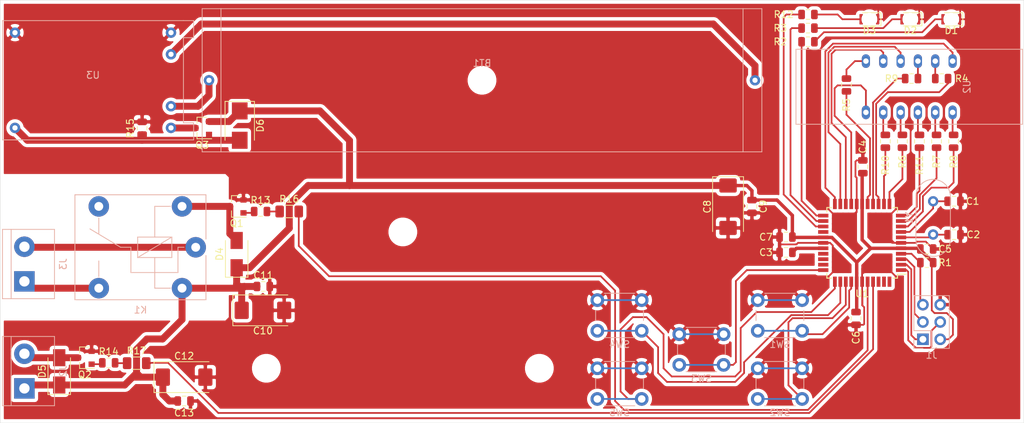
<source format=kicad_pcb>
(kicad_pcb (version 20171130) (host pcbnew 5.1.5+dfsg1-2build2)
  (layers (0 F.Cu signal) (31 B.Cu signal) (34 B.Paste user) (35 F.Paste user) (36 B.SilkS user) (37 F.SilkS user) (38 B.Mask user) (39 F.Mask user) (44 Edge.Cuts user))
  (net 0 "")
  (net 1 "Net-(BT1-Pad1)")
  (net 2 "Net-(BT1-Pad2)")
  (net 3 "Net-(C1-Pad1)")
  (net 4 GND)
  (net 5 "Net-(C2-Pad1)")
  (net 6 "Net-(C3-Pad2)")
  (net 7 VCC)
  (net 8 "Net-(D1-Pad2)")
  (net 9 "Net-(D2-Pad2)")
  (net 10 "Net-(D3-Pad2)")
  (net 11 "Net-(D4-Pad2)")
  (net 12 "Net-(D5-Pad2)")
  (net 13 "Net-(D6-Pad2)")
  (net 14 MISO)
  (net 15 SCK)
  (net 16 MOSI)
  (net 17 RST)
  (net 18 "Net-(J3-Pad2)")
  (net 19 "Net-(J3-Pad1)")
  (net 20 "Net-(Q1-Pad1)")
  (net 21 "Net-(Q2-Pad1)")
  (net 22 "Net-(Q3-Pad3)")
  (net 23 LED_2)
  (net 24 LED_1)
  (net 25 DISPLAY_A)
  (net 26 "Net-(R4-Pad1)")
  (net 27 "Net-(R5-Pad1)")
  (net 28 DISPLAY_B)
  (net 29 DISPLAY_C)
  (net 30 "Net-(R6-Pad1)")
  (net 31 DISPLAY_D)
  (net 32 "Net-(R7-Pad1)")
  (net 33 "Net-(R8-Pad1)")
  (net 34 DISPLAY_E)
  (net 35 "Net-(R9-Pad1)")
  (net 36 DISPLAY_F)
  (net 37 DISPLAY_G)
  (net 38 "Net-(R10-Pad1)")
  (net 39 DISPLAY_DOT)
  (net 40 "Net-(R11-Pad1)")
  (net 41 LED_0)
  (net 42 LIGHT_DRIVER)
  (net 43 PUMP_DRIVER)
  (net 44 SWITCH_H+)
  (net 45 SWITCH_H-)
  (net 46 SWITCH_MENU)
  (net 47 SWITCH_M+)
  (net 48 SWITCH_M-)
  (net 49 DISPLAY_DIG1)
  (net 50 DISPLAY_DIG2)
  (net 51 DISPLAY_DIG3)
  (net 52 DISPLAY_DIG4)
  (net 53 "Net-(U1-Pad26)")
  (net 54 "Net-(U1-Pad42)")
  (net 55 "Net-(U1-Pad43)")
  (net 56 "Net-(U1-Pad44)")
  (net 57 "Net-(U1-Pad30)")
  (net 58 "Net-(U1-Pad31)")
  (net 59 "Net-(U1-Pad32)")
  (net 60 "Net-(R13-Pad2)")
  (net 61 "Net-(R14-Pad2)")
  (module LED_SMD_upside_down:LED_0805_2012Metric (layer F.Cu) (at 186.8625 26.3 180)
    (fp_text reference D2 (at 0 -1.65) (layer F.SilkS))
    (fp_text value LED_1 hide)
    (pad 2 smd custom (at 1.3 0) (size 0.2 0.2) (layers F.Cu F.Paste F.Mask) (net 9 "Net-(D2-Pad2)") (options (clearance outline) (anchor circle)) (primitives (gr_line (start 0.300001 -0.699999) (end -0.1 -0.7) (width 0.12)) (gr_line (start -0.1 0.7) (end -0.1 -0.7) (width 0.12)) (gr_poly (pts (xy 0 0) (xy 0.15 0.65) (xy -0.05 0.65) (xy -0.05 -0.65) (xy 0.2 -0.65)) (width 0.1)) (gr_arc (start 1.3 0) (end 0.300001 -0.699999) (angle -69.3) (width 0.12)) (gr_line (start -0.1 0.7) (end 0.3 0.7) (width 0.12))))
    (pad 1 smd custom (at -1.3 0 180) (size 0.2 0.2) (layers F.Cu F.Paste F.Mask) (net 4 GND) (options (clearance outline) (anchor circle)) (primitives (gr_line (start 0.300001 -0.699999) (end -0.1 -0.7) (width 0.12)) (gr_line (start -0.1 0.7) (end -0.1 -0.7) (width 0.12)) (gr_poly (pts (xy 0 0) (xy 0.15 0.65) (xy -0.05 0.65) (xy -0.05 -0.65) (xy 0.2 -0.65)) (width 0.1)) (gr_arc (start 1.3 0) (end 0.300001 -0.699999) (angle -69.3) (width 0.12)) (gr_line (start -0.1 0.7) (end 0.3 0.7) (width 0.12))))
    (pad "" np_thru_hole circle (at 0 0 180) (size 1.9 1.9) (drill 1.9) (layers *.Cu *.Mask))
  )
  (module LED_SMD_upside_down:LED_0805_2012Metric (layer F.Cu) (at 192.8625 26.3 180)
    (fp_text reference D1 (at 0 -1.65) (layer F.SilkS))
    (fp_text value LED_2 hide)
    (pad 2 smd custom (at 1.3 0) (size 0.2 0.2) (layers F.Cu F.Paste F.Mask) (net 8 "Net-(D1-Pad2)") (options (clearance outline) (anchor circle)) (primitives (gr_line (start 0.300001 -0.699999) (end -0.1 -0.7) (width 0.12)) (gr_line (start -0.1 0.7) (end -0.1 -0.7) (width 0.12)) (gr_poly (pts (xy 0 0) (xy 0.15 0.65) (xy -0.05 0.65) (xy -0.05 -0.65) (xy 0.2 -0.65)) (width 0.1)) (gr_arc (start 1.3 0) (end 0.300001 -0.699999) (angle -69.3) (width 0.12)) (gr_line (start -0.1 0.7) (end 0.3 0.7) (width 0.12))))
    (pad 1 smd custom (at -1.3 0 180) (size 0.2 0.2) (layers F.Cu F.Paste F.Mask) (net 4 GND) (options (clearance outline) (anchor circle)) (primitives (gr_line (start 0.300001 -0.699999) (end -0.1 -0.7) (width 0.12)) (gr_line (start -0.1 0.7) (end -0.1 -0.7) (width 0.12)) (gr_poly (pts (xy 0 0) (xy 0.15 0.65) (xy -0.05 0.65) (xy -0.05 -0.65) (xy 0.2 -0.65)) (width 0.1)) (gr_arc (start 1.3 0) (end 0.300001 -0.699999) (angle -69.3) (width 0.12)) (gr_line (start -0.1 0.7) (end 0.3 0.7) (width 0.12))))
    (pad "" np_thru_hole circle (at 0 0 180) (size 1.9 1.9) (drill 1.9) (layers *.Cu *.Mask))
  )
  (module LED_SMD_upside_down:LED_0805_2012Metric (layer F.Cu) (at 180.8625 26.3 180)
    (fp_text reference D3 (at 0 -1.65) (layer F.SilkS))
    (fp_text value LED_0 hide)
    (pad 2 smd custom (at 1.3 0) (size 0.2 0.2) (layers F.Cu F.Paste F.Mask) (net 10 "Net-(D3-Pad2)") (options (clearance outline) (anchor circle)) (primitives (gr_line (start 0.300001 -0.699999) (end -0.1 -0.7) (width 0.12)) (gr_line (start -0.1 0.7) (end -0.1 -0.7) (width 0.12)) (gr_poly (pts (xy 0 0) (xy 0.15 0.65) (xy -0.05 0.65) (xy -0.05 -0.65) (xy 0.2 -0.65)) (width 0.1)) (gr_arc (start 1.3 0) (end 0.300001 -0.699999) (angle -69.3) (width 0.12)) (gr_line (start -0.1 0.7) (end 0.3 0.7) (width 0.12))))
    (pad 1 smd custom (at -1.3 0 180) (size 0.2 0.2) (layers F.Cu F.Paste F.Mask) (net 4 GND) (options (clearance outline) (anchor circle)) (primitives (gr_line (start 0.300001 -0.699999) (end -0.1 -0.7) (width 0.12)) (gr_line (start -0.1 0.7) (end -0.1 -0.7) (width 0.12)) (gr_poly (pts (xy 0 0) (xy 0.15 0.65) (xy -0.05 0.65) (xy -0.05 -0.65) (xy 0.2 -0.65)) (width 0.1)) (gr_arc (start 1.3 0) (end 0.300001 -0.699999) (angle -69.3) (width 0.12)) (gr_line (start -0.1 0.7) (end 0.3 0.7) (width 0.12))))
    (pad "" np_thru_hole circle (at 0 0 180) (size 1.9 1.9) (drill 1.9) (layers *.Cu *.Mask))
  )
  (module 18650_holder:18650_holder (layer B.Cu) (at 124.1 35.25)
    (fp_text reference BT1 (at 0 -2.5) (layer B.SilkS) (effects (justify mirror)))
    (fp_text value 18650 hide)
    (pad "" np_thru_hole circle (at 0 0) (size 3.2 3.2) (drill 3.2) (layers *.Cu *.Mask))
    (pad 2 thru_hole circle (at 40 0) (size 1.524 1.524) (drill 0.762) (layers *.Cu *.Mask) (net 2 "Net-(BT1-Pad2)"))
    (pad 1 thru_hole circle (at -40 0) (size 1.524 1.524) (drill 0.762) (layers *.Cu *.Mask) (net 1 "Net-(BT1-Pad1)"))
  )
  (module Package_QFP:TQFP-44_10x10mm_P0.8mm (layer F.Cu) (at 179.8 59.1 180)
    (fp_text reference U1 (at 0 -7.45) (layer F.SilkS))
    (fp_text value ATmega32A-AU hide)
    (pad 1 smd rect (at -5.7 -4 180) (size 1.5 0.55) (layers F.Cu F.Paste F.Mask) (net 16 MOSI))
    (pad 2 smd rect (at -5.7 -3.2 180) (size 1.5 0.55) (layers F.Cu F.Paste F.Mask) (net 14 MISO))
    (pad 3 smd rect (at -5.7 -2.4 180) (size 1.5 0.55) (layers F.Cu F.Paste F.Mask) (net 15 SCK))
    (pad 4 smd rect (at -5.7 -1.6 180) (size 1.5 0.55) (layers F.Cu F.Paste F.Mask) (net 17 RST))
    (pad 5 smd rect (at -5.7 -0.8 180) (size 1.5 0.55) (layers F.Cu F.Paste F.Mask) (net 7 VCC))
    (pad 6 smd rect (at -5.7 0 180) (size 1.5 0.55) (layers F.Cu F.Paste F.Mask) (net 4 GND))
    (pad 7 smd rect (at -5.7 0.8 180) (size 1.5 0.55) (layers F.Cu F.Paste F.Mask) (net 5 "Net-(C2-Pad1)"))
    (pad 8 smd rect (at -5.7 1.6 180) (size 1.5 0.55) (layers F.Cu F.Paste F.Mask) (net 3 "Net-(C1-Pad1)"))
    (pad 9 smd rect (at -5.7 2.4 180) (size 1.5 0.55) (layers F.Cu F.Paste F.Mask) (net 34 DISPLAY_E))
    (pad 10 smd rect (at -5.7 3.2 180) (size 1.5 0.55) (layers F.Cu F.Paste F.Mask) (net 31 DISPLAY_D))
    (pad 11 smd rect (at -5.7 4 180) (size 1.5 0.55) (layers F.Cu F.Paste F.Mask) (net 39 DISPLAY_DOT))
    (pad 12 smd rect (at -4 5.7 270) (size 1.5 0.55) (layers F.Cu F.Paste F.Mask) (net 29 DISPLAY_C))
    (pad 13 smd rect (at -3.2 5.7 270) (size 1.5 0.55) (layers F.Cu F.Paste F.Mask) (net 37 DISPLAY_G))
    (pad 14 smd rect (at -2.4 5.7 270) (size 1.5 0.55) (layers F.Cu F.Paste F.Mask) (net 25 DISPLAY_A))
    (pad 15 smd rect (at -1.6 5.7 270) (size 1.5 0.55) (layers F.Cu F.Paste F.Mask) (net 36 DISPLAY_F))
    (pad 16 smd rect (at -0.8 5.7 270) (size 1.5 0.55) (layers F.Cu F.Paste F.Mask) (net 28 DISPLAY_B))
    (pad 17 smd rect (at 0 5.7 270) (size 1.5 0.55) (layers F.Cu F.Paste F.Mask) (net 7 VCC))
    (pad 18 smd rect (at 0.8 5.7 270) (size 1.5 0.55) (layers F.Cu F.Paste F.Mask) (net 4 GND))
    (pad 19 smd rect (at 1.6 5.7 270) (size 1.5 0.55) (layers F.Cu F.Paste F.Mask) (net 52 DISPLAY_DIG4))
    (pad 20 smd rect (at 2.4 5.7 270) (size 1.5 0.55) (layers F.Cu F.Paste F.Mask) (net 51 DISPLAY_DIG3))
    (pad 21 smd rect (at 3.2 5.7 270) (size 1.5 0.55) (layers F.Cu F.Paste F.Mask) (net 50 DISPLAY_DIG2))
    (pad 22 smd rect (at 4 5.7 270) (size 1.5 0.55) (layers F.Cu F.Paste F.Mask) (net 49 DISPLAY_DIG1))
    (pad 23 smd rect (at 5.7 4 180) (size 1.5 0.55) (layers F.Cu F.Paste F.Mask) (net 23 LED_2))
    (pad 24 smd rect (at 5.7 3.2 180) (size 1.5 0.55) (layers F.Cu F.Paste F.Mask) (net 24 LED_1))
    (pad 25 smd rect (at 5.7 2.4 180) (size 1.5 0.55) (layers F.Cu F.Paste F.Mask) (net 41 LED_0))
    (pad 26 smd rect (at 5.7 1.6 180) (size 1.5 0.55) (layers F.Cu F.Paste F.Mask) (net 53 "Net-(U1-Pad26)"))
    (pad 27 smd rect (at 5.7 0.8 180) (size 1.5 0.55) (layers F.Cu F.Paste F.Mask) (net 7 VCC))
    (pad 28 smd rect (at 5.7 0 180) (size 1.5 0.55) (layers F.Cu F.Paste F.Mask) (net 4 GND))
    (pad 29 smd rect (at 5.7 -0.8 180) (size 1.5 0.55) (layers F.Cu F.Paste F.Mask) (net 6 "Net-(C3-Pad2)"))
    (pad 30 smd rect (at 5.7 -1.6 180) (size 1.5 0.55) (layers F.Cu F.Paste F.Mask) (net 57 "Net-(U1-Pad30)"))
    (pad 31 smd rect (at 5.7 -2.4 180) (size 1.5 0.55) (layers F.Cu F.Paste F.Mask) (net 58 "Net-(U1-Pad31)"))
    (pad 32 smd rect (at 5.7 -3.2 180) (size 1.5 0.55) (layers F.Cu F.Paste F.Mask) (net 59 "Net-(U1-Pad32)"))
    (pad 33 smd rect (at 5.7 -4 180) (size 1.5 0.55) (layers F.Cu F.Paste F.Mask) (net 46 SWITCH_MENU))
    (pad 34 smd rect (at 4 -5.7 270) (size 1.5 0.55) (layers F.Cu F.Paste F.Mask) (net 48 SWITCH_M-))
    (pad 35 smd rect (at 3.2 -5.7 270) (size 1.5 0.55) (layers F.Cu F.Paste F.Mask) (net 47 SWITCH_M+))
    (pad 36 smd rect (at 2.4 -5.7 270) (size 1.5 0.55) (layers F.Cu F.Paste F.Mask) (net 45 SWITCH_H-))
    (pad 37 smd rect (at 1.6 -5.7 270) (size 1.5 0.55) (layers F.Cu F.Paste F.Mask) (net 44 SWITCH_H+))
    (pad 38 smd rect (at 0.8 -5.7 270) (size 1.5 0.55) (layers F.Cu F.Paste F.Mask) (net 7 VCC))
    (pad 39 smd rect (at 0 -5.7 270) (size 1.5 0.55) (layers F.Cu F.Paste F.Mask) (net 4 GND))
    (pad 40 smd rect (at -0.8 -5.7 270) (size 1.5 0.55) (layers F.Cu F.Paste F.Mask) (net 42 LIGHT_DRIVER))
    (pad 41 smd rect (at -1.6 -5.7 270) (size 1.5 0.55) (layers F.Cu F.Paste F.Mask) (net 43 PUMP_DRIVER))
    (pad 42 smd rect (at -2.4 -5.7 270) (size 1.5 0.55) (layers F.Cu F.Paste F.Mask) (net 54 "Net-(U1-Pad42)"))
    (pad 43 smd rect (at -3.2 -5.7 270) (size 1.5 0.55) (layers F.Cu F.Paste F.Mask) (net 55 "Net-(U1-Pad43)"))
    (pad 44 smd rect (at -4 -5.7 270) (size 1.5 0.55) (layers F.Cu F.Paste F.Mask) (net 56 "Net-(U1-Pad44)"))
  )
  (module Resistor_SMD:R_0805_2012Metric (layer F.Cu) (at 171.8625 25.6 180)
    (fp_text reference R12 (at 3.5625 0) (layer F.SilkS))
    (fp_text value 10k hide)
    (pad 1 smd roundrect (at -0.9375 0 180) (size 0.975 1.4) (layers F.Cu F.Paste F.Mask) (net 10 "Net-(D3-Pad2)"))
    (pad 2 smd roundrect (at 0.9375 0 180) (size 0.975 1.4) (layers F.Cu F.Paste F.Mask) (net 41 LED_0))
  )
  (module Resistor_SMD:R_0805_2012Metric (layer F.Cu) (at 171.8625 27.6 180)
    (fp_text reference R3 (at 4.0625 0) (layer F.SilkS))
    (fp_text value 10k hide)
    (pad 2 smd roundrect (at 0.9375 0 180) (size 0.975 1.4) (layers F.Cu F.Paste F.Mask) (net 24 LED_1))
    (pad 1 smd roundrect (at -0.9375 0 180) (size 0.975 1.4) (layers F.Cu F.Paste F.Mask) (net 9 "Net-(D2-Pad2)"))
  )
  (module Resistor_SMD:R_0805_2012Metric (layer F.Cu) (at 171.8625 29.6 180)
    (fp_text reference R2 (at 4.0625 0) (layer F.SilkS))
    (fp_text value 10k hide)
    (pad 1 smd roundrect (at -0.9375 0 180) (size 0.975 1.4) (layers F.Cu F.Paste F.Mask) (net 8 "Net-(D1-Pad2)"))
    (pad 2 smd roundrect (at 0.9375 0 180) (size 0.975 1.4) (layers F.Cu F.Paste F.Mask) (net 23 LED_2))
  )
  (module AF-02841BMR-B:AF-02841BMR-B (layer B.Cu) (at 186.7 36.2 180)
    (fp_text reference U2 (at -8.45 0 270) (layer B.SilkS) (effects (justify mirror)))
    (fp_text value AF-02841BMR-B hide)
    (pad 12 thru_hole oval (at -6.35 3.76 180) (size 1.2 2) (drill 0.8) (layers *.Cu *.Mask) (net 49 DISPLAY_DIG1))
    (pad 1 thru_hole oval (at -6.35 -3.76 180) (size 1.2 2) (drill 0.8) (layers *.Cu *.Mask) (net 33 "Net-(R8-Pad1)"))
    (pad 11 thru_hole oval (at -3.81 3.76 180) (size 1.2 2) (drill 0.8) (layers *.Cu *.Mask) (net 26 "Net-(R4-Pad1)"))
    (pad 2 thru_hole oval (at -3.81 -3.76 180) (size 1.2 2) (drill 0.8) (layers *.Cu *.Mask) (net 32 "Net-(R7-Pad1)"))
    (pad 10 thru_hole oval (at -1.27 3.76 180) (size 1.2 2) (drill 0.8) (layers *.Cu *.Mask) (net 35 "Net-(R9-Pad1)"))
    (pad 3 thru_hole oval (at -1.27 -3.76 180) (size 1.2 2) (drill 0.8) (layers *.Cu *.Mask) (net 40 "Net-(R11-Pad1)"))
    (pad 9 thru_hole oval (at 1.27 3.76 180) (size 1.2 2) (drill 0.8) (layers *.Cu *.Mask) (net 50 DISPLAY_DIG2))
    (pad 4 thru_hole oval (at 1.27 -3.76 180) (size 1.2 2) (drill 0.8) (layers *.Cu *.Mask) (net 30 "Net-(R6-Pad1)"))
    (pad 8 thru_hole oval (at 3.81 3.76 180) (size 1.2 2) (drill 0.8) (layers *.Cu *.Mask) (net 51 DISPLAY_DIG3))
    (pad 5 thru_hole oval (at 3.81 -3.76 180) (size 1.2 2) (drill 0.8) (layers *.Cu *.Mask) (net 38 "Net-(R10-Pad1)"))
    (pad 7 thru_hole oval (at 6.35 3.76 180) (size 1.2 2) (drill 0.8) (layers *.Cu *.Mask) (net 27 "Net-(R5-Pad1)"))
    (pad 6 thru_hole oval (at 6.35 -3.76 180) (size 1.2 2) (drill 0.8) (layers *.Cu *.Mask) (net 52 DISPLAY_DIG4))
  )
  (module Capacitor_SMD:C_0805_2012Metric (layer F.Cu) (at 193.2625 53)
    (fp_text reference C1 (at 2.7375 0) (layer F.SilkS))
    (fp_text value 22p hide)
    (pad 1 smd roundrect (at -0.9375 0) (size 0.975 1.4) (layers F.Cu F.Paste F.Mask) (net 3 "Net-(C1-Pad1)"))
    (pad 2 smd roundrect (at 0.9375 0) (size 0.975 1.4) (layers F.Cu F.Paste F.Mask) (net 4 GND))
  )
  (module Capacitor_SMD:C_0805_2012Metric (layer F.Cu) (at 193.2625 57.9)
    (fp_text reference C2 (at 2.8375 0) (layer F.SilkS))
    (fp_text value 22p hide)
    (pad 2 smd roundrect (at 0.9375 0) (size 0.975 1.4) (layers F.Cu F.Paste F.Mask) (net 4 GND))
    (pad 1 smd roundrect (at -0.9375 0) (size 0.975 1.4) (layers F.Cu F.Paste F.Mask) (net 5 "Net-(C2-Pad1)"))
  )
  (module Capacitor_SMD:C_0805_2012Metric (layer F.Cu) (at 168.6375 60.5)
    (fp_text reference C3 (at -2.9375 0) (layer F.SilkS))
    (fp_text value 100n hide)
    (pad 1 smd roundrect (at -0.9375 0) (size 0.975 1.4) (layers F.Cu F.Paste F.Mask) (net 4 GND))
    (pad 2 smd roundrect (at 0.9375 0) (size 0.975 1.4) (layers F.Cu F.Paste F.Mask) (net 6 "Net-(C3-Pad2)"))
  )
  (module Capacitor_SMD:C_0805_2012Metric (layer F.Cu) (at 179.9 47.9375 270)
    (fp_text reference C4 (at -2.9375 0 90) (layer F.SilkS))
    (fp_text value 100n hide)
    (pad 1 smd roundrect (at -0.9375 0 270) (size 0.975 1.4) (layers F.Cu F.Paste F.Mask) (net 4 GND))
    (pad 2 smd roundrect (at 0.9375 0 270) (size 0.975 1.4) (layers F.Cu F.Paste F.Mask) (net 7 VCC))
  )
  (module Capacitor_SMD:C_0805_2012Metric (layer F.Cu) (at 189.2625 60 180)
    (fp_text reference C5 (at -2.6875 0) (layer F.SilkS))
    (fp_text value 100n hide)
    (pad 2 smd roundrect (at 0.9375 0 180) (size 0.975 1.4) (layers F.Cu F.Paste F.Mask) (net 7 VCC))
    (pad 1 smd roundrect (at -0.9375 0 180) (size 0.975 1.4) (layers F.Cu F.Paste F.Mask) (net 4 GND))
  )
  (module Capacitor_SMD:C_0805_2012Metric (layer F.Cu) (at 178.9 70.1875 90)
    (fp_text reference C6 (at -2.8125 0 90) (layer F.SilkS))
    (fp_text value 100n hide)
    (pad 2 smd roundrect (at 0.9375 0 90) (size 0.975 1.4) (layers F.Cu F.Paste F.Mask) (net 7 VCC))
    (pad 1 smd roundrect (at -0.9375 0 90) (size 0.975 1.4) (layers F.Cu F.Paste F.Mask) (net 4 GND))
  )
  (module Capacitor_SMD:C_0805_2012Metric (layer F.Cu) (at 168.6375 58.25)
    (fp_text reference C7 (at -2.9375 0) (layer F.SilkS))
    (fp_text value 100n hide)
    (pad 2 smd roundrect (at 0.9375 0) (size 0.975 1.4) (layers F.Cu F.Paste F.Mask) (net 7 VCC))
    (pad 1 smd roundrect (at -0.9375 0) (size 0.975 1.4) (layers F.Cu F.Paste F.Mask) (net 4 GND))
  )
  (module Capacitor_Tantalum_SMD:CP_EIA-7343-31_Kemet-D (layer F.Cu) (at 160.15 53.8 270)
    (fp_text reference C8 (at 0 3.05 90) (layer F.SilkS))
    (fp_text value 100u hide)
    (pad 1 smd roundrect (at -3.1125 0 270) (size 2.075 2.55) (layers F.Cu F.Paste F.Mask) (roundrect_rratio 0.120482) (net 7 VCC))
    (pad 2 smd roundrect (at 3.1125 0 270) (size 2.075 2.55) (layers F.Cu F.Paste F.Mask) (roundrect_rratio 0.120482) (net 4 GND))
  )
  (module Capacitor_SMD:C_0805_2012Metric (layer F.Cu) (at 163.65 53.7625 270)
    (fp_text reference C9 (at 0 -1.65 90) (layer F.SilkS))
    (fp_text value 100n hide)
    (pad 2 smd roundrect (at 0.9375 0 270) (size 0.975 1.4) (layers F.Cu F.Paste F.Mask) (net 4 GND))
    (pad 1 smd roundrect (at -0.9375 0 270) (size 0.975 1.4) (layers F.Cu F.Paste F.Mask) (net 7 VCC))
  )
  (module Diode_SMD:D_SMA (layer F.Cu) (at 88.15 60.75 90)
    (fp_text reference D4 (at 0 -2.5 90) (layer F.SilkS))
    (fp_text value SS14 hide)
    (pad 1 smd rect (at -2 0 90) (size 2.5 1.8) (layers F.Cu F.Paste F.Mask) (net 7 VCC))
    (pad 2 smd rect (at 2 0 90) (size 2.5 1.8) (layers F.Cu F.Paste F.Mask) (net 11 "Net-(D4-Pad2)"))
  )
  (module Diode_SMD:D_SMA (layer F.Cu) (at 62.15 77.95 90)
    (fp_text reference D5 (at 0 -2.5 90) (layer F.SilkS))
    (fp_text value SS14 hide)
    (pad 1 smd rect (at -2 0 90) (size 2.5 1.8) (layers F.Cu F.Paste F.Mask) (net 7 VCC))
    (pad 2 smd rect (at 2 0 90) (size 2.5 1.8) (layers F.Cu F.Paste F.Mask) (net 12 "Net-(D5-Pad2)"))
  )
  (module Diode_SMD:D_SMB (layer F.Cu) (at 88.6 41.9 270)
    (fp_text reference D6 (at 0 -3 90) (layer F.SilkS))
    (fp_text value STPS2L40U hide)
    (pad 1 smd rect (at -2.15 0 270) (size 2.5 2.3) (layers F.Cu F.Paste F.Mask) (net 7 VCC))
    (pad 2 smd rect (at 2.15 0 270) (size 2.5 2.3) (layers F.Cu F.Paste F.Mask) (net 13 "Net-(D6-Pad2)"))
  )
  (module Connector_PinHeader_2.54mm:PinHeader_2x03_P2.54mm_Vertical (layer B.Cu) (at 188.7 73.25)
    (fp_text reference J1 (at 1.27 2.33) (layer B.SilkS) (effects (justify mirror)))
    (fp_text value AVR-ISP-6 hide)
    (pad 1 thru_hole rect (at 0 0) (size 1.7 1.7) (drill 1) (layers *.Cu *.Mask) (net 14 MISO))
    (pad 2 thru_hole oval (at 2.54 0) (size 1.7 1.7) (drill 1) (layers *.Cu *.Mask) (net 7 VCC))
    (pad 3 thru_hole oval (at 0 -2.54) (size 1.7 1.7) (drill 1) (layers *.Cu *.Mask) (net 15 SCK))
    (pad 4 thru_hole oval (at 2.54 -2.54) (size 1.7 1.7) (drill 1) (layers *.Cu *.Mask) (net 16 MOSI))
    (pad 5 thru_hole oval (at 0 -5.08) (size 1.7 1.7) (drill 1) (layers *.Cu *.Mask) (net 17 RST))
    (pad 6 thru_hole oval (at 2.54 -5.08) (size 1.7 1.7) (drill 1) (layers *.Cu *.Mask) (net 4 GND))
  )
  (module Relay_THT:Relay_SPDT_Finder_36.11 (layer B.Cu) (at 82.15 59.75 180)
    (fp_text reference K1 (at 8.1 -9.2) (layer B.SilkS) (effects (justify mirror)))
    (fp_text value RELAY hide)
    (pad A1 thru_hole circle (at 2 -6 180) (size 3 3) (drill 1.3) (layers *.Cu *.Mask) (net 7 VCC))
    (pad 14 thru_hole circle (at 14.2 -6 180) (size 3 3) (drill 1.3) (layers *.Cu *.Mask) (net 19 "Net-(J3-Pad1)"))
    (pad 12 thru_hole circle (at 14.2 6 180) (size 3 3) (drill 1.3) (layers *.Cu *.Mask))
    (pad A2 thru_hole circle (at 2 6 180) (size 3 3) (drill 1.3) (layers *.Cu *.Mask) (net 11 "Net-(D4-Pad2)"))
    (pad 11 thru_hole circle (at 0 0 180) (size 3 3) (drill 1.3) (layers *.Cu *.Mask) (net 18 "Net-(J3-Pad2)"))
  )
  (module Package_TO_SOT_SMD:SOT-23 (layer F.Cu) (at 88.15 53.75 180)
    (fp_text reference Q1 (at 0 -2.5) (layer F.SilkS))
    (fp_text value BC817 hide)
    (pad 1 smd rect (at -1 -0.95 180) (size 0.9 0.8) (layers F.Cu F.Paste F.Mask) (net 20 "Net-(Q1-Pad1)"))
    (pad 2 smd rect (at -1 0.95 180) (size 0.9 0.8) (layers F.Cu F.Paste F.Mask) (net 4 GND))
    (pad 3 smd rect (at 1 0 180) (size 0.9 0.8) (layers F.Cu F.Paste F.Mask) (net 11 "Net-(D4-Pad2)"))
  )
  (module Package_TO_SOT_SMD:SOT-23 (layer F.Cu) (at 65.9 75.95 180)
    (fp_text reference Q2 (at 0 -2.5) (layer F.SilkS))
    (fp_text value BC817 hide)
    (pad 1 smd rect (at -1 -0.95 180) (size 0.9 0.8) (layers F.Cu F.Paste F.Mask) (net 21 "Net-(Q2-Pad1)"))
    (pad 2 smd rect (at -1 0.95 180) (size 0.9 0.8) (layers F.Cu F.Paste F.Mask) (net 4 GND))
    (pad 3 smd rect (at 1 0 180) (size 0.9 0.8) (layers F.Cu F.Paste F.Mask) (net 12 "Net-(D5-Pad2)"))
  )
  (module Package_TO_SOT_SMD:SOT-23 (layer F.Cu) (at 83.1 42.25 180)
    (fp_text reference Q3 (at 0 -2.5) (layer F.SilkS))
    (fp_text value AO3401A hide)
    (pad 1 smd rect (at -1 -0.95 180) (size 0.9 0.8) (layers F.Cu F.Paste F.Mask) (net 13 "Net-(D6-Pad2)"))
    (pad 2 smd rect (at -1 0.95 180) (size 0.9 0.8) (layers F.Cu F.Paste F.Mask) (net 7 VCC))
    (pad 3 smd rect (at 1 0 180) (size 0.9 0.8) (layers F.Cu F.Paste F.Mask) (net 22 "Net-(Q3-Pad3)"))
  )
  (module Resistor_SMD:R_0805_2012Metric (layer F.Cu) (at 189.2625 62 180)
    (fp_text reference R1 (at -2.6875 0) (layer F.SilkS))
    (fp_text value 10k hide)
    (pad 1 smd roundrect (at -0.9375 0 180) (size 0.975 1.4) (layers F.Cu F.Paste F.Mask) (net 7 VCC))
    (pad 2 smd roundrect (at 0.9375 0 180) (size 0.975 1.4) (layers F.Cu F.Paste F.Mask) (net 17 RST))
  )
  (module Resistor_SMD:R_0805_2012Metric (layer F.Cu) (at 191.45 35)
    (fp_text reference R4 (at 2.9375 0) (layer F.SilkS))
    (fp_text value 4k7 hide)
    (pad 2 smd roundrect (at 0.9375 0) (size 0.975 1.4) (layers F.Cu F.Paste F.Mask) (net 25 DISPLAY_A))
    (pad 1 smd roundrect (at -0.9375 0) (size 0.975 1.4) (layers F.Cu F.Paste F.Mask) (net 26 "Net-(R4-Pad1)"))
  )
  (module Resistor_SMD:R_0805_2012Metric (layer F.Cu) (at 177.5 35.9375 270)
    (fp_text reference R5 (at 2.9375 0 90) (layer F.SilkS))
    (fp_text value 4k7 hide)
    (pad 1 smd roundrect (at -0.9375 0 270) (size 0.975 1.4) (layers F.Cu F.Paste F.Mask) (net 27 "Net-(R5-Pad1)"))
    (pad 2 smd roundrect (at 0.9375 0 270) (size 0.975 1.4) (layers F.Cu F.Paste F.Mask) (net 28 DISPLAY_B))
  )
  (module Resistor_SMD:R_0805_2012Metric (layer F.Cu) (at 185.7 44.2 270)
    (fp_text reference R6 (at 3 0 90) (layer F.SilkS))
    (fp_text value 4k7 hide)
    (pad 2 smd roundrect (at 0.9375 0 270) (size 0.975 1.4) (layers F.Cu F.Paste F.Mask) (net 29 DISPLAY_C))
    (pad 1 smd roundrect (at -0.9375 0 270) (size 0.975 1.4) (layers F.Cu F.Paste F.Mask) (net 30 "Net-(R6-Pad1)"))
  )
  (module Resistor_SMD:R_0805_2012Metric (layer F.Cu) (at 190.7 44.2 270)
    (fp_text reference R7 (at 3 0 90) (layer F.SilkS))
    (fp_text value 4k7 hide)
    (pad 2 smd roundrect (at 0.9375 0 270) (size 0.975 1.4) (layers F.Cu F.Paste F.Mask) (net 31 DISPLAY_D))
    (pad 1 smd roundrect (at -0.9375 0 270) (size 0.975 1.4) (layers F.Cu F.Paste F.Mask) (net 32 "Net-(R7-Pad1)"))
  )
  (module Resistor_SMD:R_0805_2012Metric (layer F.Cu) (at 193.2 44.2 270)
    (fp_text reference R8 (at 3 0 90) (layer F.SilkS))
    (fp_text value 4k7 hide)
    (pad 1 smd roundrect (at -0.9375 0 270) (size 0.975 1.4) (layers F.Cu F.Paste F.Mask) (net 33 "Net-(R8-Pad1)"))
    (pad 2 smd roundrect (at 0.9375 0 270) (size 0.975 1.4) (layers F.Cu F.Paste F.Mask) (net 34 DISPLAY_E))
  )
  (module Resistor_SMD:R_0805_2012Metric (layer F.Cu) (at 187.0375 35 180)
    (fp_text reference R9 (at 2.9375 0) (layer F.SilkS))
    (fp_text value 4k7 hide)
    (pad 1 smd roundrect (at -0.9375 0 180) (size 0.975 1.4) (layers F.Cu F.Paste F.Mask) (net 35 "Net-(R9-Pad1)"))
    (pad 2 smd roundrect (at 0.9375 0 180) (size 0.975 1.4) (layers F.Cu F.Paste F.Mask) (net 36 DISPLAY_F))
  )
  (module Resistor_SMD:R_0805_2012Metric (layer F.Cu) (at 183.2 44.2 270)
    (fp_text reference R10 (at 3.5 0 90) (layer F.SilkS))
    (fp_text value 4k7 hide)
    (pad 2 smd roundrect (at 0.9375 0 270) (size 0.975 1.4) (layers F.Cu F.Paste F.Mask) (net 37 DISPLAY_G))
    (pad 1 smd roundrect (at -0.9375 0 270) (size 0.975 1.4) (layers F.Cu F.Paste F.Mask) (net 38 "Net-(R10-Pad1)"))
  )
  (module Resistor_SMD:R_0805_2012Metric (layer F.Cu) (at 188.2 44.2 270)
    (fp_text reference R11 (at 3.5 0 90) (layer F.SilkS))
    (fp_text value 4k7 hide)
    (pad 2 smd roundrect (at 0.9375 0 270) (size 0.975 1.4) (layers F.Cu F.Paste F.Mask) (net 39 DISPLAY_DOT))
    (pad 1 smd roundrect (at -0.9375 0 270) (size 0.975 1.4) (layers F.Cu F.Paste F.Mask) (net 40 "Net-(R11-Pad1)"))
  )
  (module Resistor_SMD:R_0805_2012Metric (layer F.Cu) (at 91.65 54.5)
    (fp_text reference R13 (at 0 -1.65) (layer F.SilkS))
    (fp_text value 4k7 hide)
    (pad 2 smd roundrect (at 0.9375 0) (size 0.975 1.4) (layers F.Cu F.Paste F.Mask) (net 60 "Net-(R13-Pad2)"))
    (pad 1 smd roundrect (at -0.9375 0) (size 0.975 1.4) (layers F.Cu F.Paste F.Mask) (net 20 "Net-(Q1-Pad1)"))
  )
  (module Resistor_SMD:R_0805_2012Metric (layer F.Cu) (at 69.4 76.7)
    (fp_text reference R14 (at 0 -1.65) (layer F.SilkS))
    (fp_text value 4k7 hide)
    (pad 2 smd roundrect (at 0.9375 0) (size 0.975 1.4) (layers F.Cu F.Paste F.Mask) (net 61 "Net-(R14-Pad2)"))
    (pad 1 smd roundrect (at -0.9375 0) (size 0.975 1.4) (layers F.Cu F.Paste F.Mask) (net 21 "Net-(Q2-Pad1)"))
  )
  (module Resistor_SMD:R_0805_2012Metric (layer F.Cu) (at 74.3 42.2875 270)
    (fp_text reference R15 (at 0.0125 1.75 90) (layer F.SilkS))
    (fp_text value 10k hide)
    (pad 2 smd roundrect (at 0.9375 0 270) (size 0.975 1.4) (layers F.Cu F.Paste F.Mask) (net 13 "Net-(D6-Pad2)"))
    (pad 1 smd roundrect (at -0.9375 0 270) (size 0.975 1.4) (layers F.Cu F.Paste F.Mask) (net 4 GND))
  )
  (module Button_Switch_THT:SW_PUSH_6mm_H5mm (layer B.Cu) (at 164.5 72)
    (fp_text reference SW1 (at 3.25 2) (layer B.SilkS) (effects (justify mirror)))
    (fp_text value H+)
    (pad 2 thru_hole circle (at 0 -4.5 270) (size 2 2) (drill 1.1) (layers *.Cu *.Mask) (net 4 GND))
    (pad 1 thru_hole circle (at 0 0 270) (size 2 2) (drill 1.1) (layers *.Cu *.Mask) (net 44 SWITCH_H+))
    (pad 2 thru_hole circle (at 6.5 -4.5 270) (size 2 2) (drill 1.1) (layers *.Cu *.Mask) (net 4 GND))
    (pad 1 thru_hole circle (at 6.5 0 270) (size 2 2) (drill 1.1) (layers *.Cu *.Mask) (net 44 SWITCH_H+))
  )
  (module Button_Switch_THT:SW_PUSH_6mm_H5mm (layer B.Cu) (at 164.5 82)
    (fp_text reference SW2 (at 3.25 2) (layer B.SilkS) (effects (justify mirror)))
    (fp_text value H-)
    (pad 1 thru_hole circle (at 6.5 0 270) (size 2 2) (drill 1.1) (layers *.Cu *.Mask) (net 45 SWITCH_H-))
    (pad 2 thru_hole circle (at 6.5 -4.5 270) (size 2 2) (drill 1.1) (layers *.Cu *.Mask) (net 4 GND))
    (pad 1 thru_hole circle (at 0 0 270) (size 2 2) (drill 1.1) (layers *.Cu *.Mask) (net 45 SWITCH_H-))
    (pad 2 thru_hole circle (at 0 -4.5 270) (size 2 2) (drill 1.1) (layers *.Cu *.Mask) (net 4 GND))
  )
  (module Button_Switch_THT:SW_PUSH_6mm_H5mm (layer B.Cu) (at 153 77)
    (fp_text reference SW3 (at 3.25 2) (layer B.SilkS) (effects (justify mirror)))
    (fp_text value MENU)
    (pad 1 thru_hole circle (at 6.5 0 270) (size 2 2) (drill 1.1) (layers *.Cu *.Mask) (net 46 SWITCH_MENU))
    (pad 2 thru_hole circle (at 6.5 -4.5 270) (size 2 2) (drill 1.1) (layers *.Cu *.Mask) (net 4 GND))
    (pad 1 thru_hole circle (at 0 0 270) (size 2 2) (drill 1.1) (layers *.Cu *.Mask) (net 46 SWITCH_MENU))
    (pad 2 thru_hole circle (at 0 -4.5 270) (size 2 2) (drill 1.1) (layers *.Cu *.Mask) (net 4 GND))
  )
  (module Button_Switch_THT:SW_PUSH_6mm_H5mm (layer B.Cu) (at 141 72)
    (fp_text reference SW4 (at 3.25 2) (layer B.SilkS) (effects (justify mirror)))
    (fp_text value M+)
    (pad 2 thru_hole circle (at 0 -4.5 270) (size 2 2) (drill 1.1) (layers *.Cu *.Mask) (net 4 GND))
    (pad 1 thru_hole circle (at 0 0 270) (size 2 2) (drill 1.1) (layers *.Cu *.Mask) (net 47 SWITCH_M+))
    (pad 2 thru_hole circle (at 6.5 -4.5 270) (size 2 2) (drill 1.1) (layers *.Cu *.Mask) (net 4 GND))
    (pad 1 thru_hole circle (at 6.5 0 270) (size 2 2) (drill 1.1) (layers *.Cu *.Mask) (net 47 SWITCH_M+))
  )
  (module Button_Switch_THT:SW_PUSH_6mm_H5mm (layer B.Cu) (at 141 82)
    (fp_text reference SW5 (at 3.25 2) (layer B.SilkS) (effects (justify mirror)))
    (fp_text value M-)
    (pad 2 thru_hole circle (at 0 -4.5 270) (size 2 2) (drill 1.1) (layers *.Cu *.Mask) (net 4 GND))
    (pad 1 thru_hole circle (at 0 0 270) (size 2 2) (drill 1.1) (layers *.Cu *.Mask) (net 48 SWITCH_M-))
    (pad 2 thru_hole circle (at 6.5 -4.5 270) (size 2 2) (drill 1.1) (layers *.Cu *.Mask) (net 4 GND))
    (pad 1 thru_hole circle (at 6.5 0 270) (size 2 2) (drill 1.1) (layers *.Cu *.Mask) (net 48 SWITCH_M-))
  )
  (module TP4056_board:TP4056_board (layer B.Cu) (at 67.1 35.25)
    (fp_text reference U3 (at 0 -0.75) (layer B.SilkS) (effects (justify mirror)))
    (fp_text value TP4056_board hide)
    (pad 1 thru_hole circle (at -11.43 6.985) (size 1.524 1.524) (drill 0.762) (layers *.Cu *.Mask) (net 13 "Net-(D6-Pad2)"))
    (pad 2 thru_hole circle (at -11.43 -6.985) (size 1.524 1.524) (drill 0.762) (layers *.Cu *.Mask) (net 4 GND))
    (pad 3 thru_hole circle (at 11.43 6.985) (size 1.524 1.524) (drill 0.762) (layers *.Cu *.Mask) (net 22 "Net-(Q3-Pad3)"))
    (pad 4 thru_hole circle (at 11.43 3.81) (size 1.524 1.524) (drill 0.762) (layers *.Cu *.Mask) (net 1 "Net-(BT1-Pad1)"))
    (pad 5 thru_hole circle (at 11.43 -3.81) (size 1.524 1.524) (drill 0.762) (layers *.Cu *.Mask) (net 2 "Net-(BT1-Pad2)"))
    (pad 6 thru_hole circle (at 11.43 -6.985) (size 1.524 1.524) (drill 0.762) (layers *.Cu *.Mask) (net 4 GND))
  )
  (module Crystal:Crystal_HC49-U_Vertical (layer B.Cu) (at 190.2 53 270)
    (fp_text reference Y1 (at 2.44 3.525 270) (layer B.SilkS) (effects (justify mirror)))
    (fp_text value 4.096M hide)
    (pad 1 thru_hole circle (at 0 0 270) (size 1.5 1.5) (drill 0.8) (layers *.Cu *.Mask) (net 3 "Net-(C1-Pad1)"))
    (pad 2 thru_hole circle (at 4.88 0 270) (size 1.5 1.5) (drill 0.8) (layers *.Cu *.Mask) (net 5 "Net-(C2-Pad1)"))
  )
  (module DG-301:DG-301 (layer B.Cu) (at 57.65 80.45 90)
    (fp_text reference J2 (at 2.54 5.08 90) (layer B.SilkS) (effects (justify mirror)))
    (fp_text value PUMP_SW hide)
    (pad 1 thru_hole rect (at 0 -0.6 90) (size 3 3) (drill 1.52) (layers *.Cu *.Mask) (net 7 VCC))
    (pad 2 thru_hole circle (at 5.08 -0.6 90) (size 3 3) (drill 1.52) (layers *.Cu *.Mask) (net 12 "Net-(D5-Pad2)"))
  )
  (module DG-301:DG-301 (layer B.Cu) (at 57.65 64.75 90)
    (fp_text reference J3 (at 2.54 5.08 90) (layer B.SilkS) (effects (justify mirror)))
    (fp_text value LIGHT_SW hide)
    (pad 1 thru_hole rect (at 0 -0.6 90) (size 3 3) (drill 1.52) (layers *.Cu *.Mask) (net 19 "Net-(J3-Pad1)"))
    (pad 2 thru_hole circle (at 5.08 -0.6 90) (size 3 3) (drill 1.52) (layers *.Cu *.Mask) (net 18 "Net-(J3-Pad2)"))
  )
  (module Capacitor_Tantalum_SMD:CP_EIA-7343-31_Kemet-D (layer F.Cu) (at 92 69)
    (fp_text reference C10 (at 0 3) (layer F.SilkS))
    (fp_text value 100u hide)
    (pad 1 smd roundrect (at -3.1125 0) (size 2.075 2.55) (layers F.Cu F.Paste F.Mask) (roundrect_rratio 0.120482) (net 7 VCC))
    (pad 2 smd roundrect (at 3.1125 0) (size 2.075 2.55) (layers F.Cu F.Paste F.Mask) (roundrect_rratio 0.120482) (net 4 GND))
  )
  (module Capacitor_SMD:C_0805_2012Metric (layer F.Cu) (at 92.0625 65.5)
    (fp_text reference C11 (at 0 -1.65) (layer F.SilkS))
    (fp_text value 100n hide)
    (pad 1 smd roundrect (at -0.9375 0) (size 0.975 1.4) (layers F.Cu F.Paste F.Mask) (net 7 VCC))
    (pad 2 smd roundrect (at 0.9375 0) (size 0.975 1.4) (layers F.Cu F.Paste F.Mask) (net 4 GND))
  )
  (module Capacitor_Tantalum_SMD:CP_EIA-7343-31_Kemet-D (layer F.Cu) (at 80.45 78.8)
    (fp_text reference C12 (at 0 -3.1) (layer F.SilkS))
    (fp_text value 100u hide)
    (pad 2 smd roundrect (at 3.1125 0) (size 2.075 2.55) (layers F.Cu F.Paste F.Mask) (roundrect_rratio 0.120482) (net 4 GND))
    (pad 1 smd roundrect (at -3.1125 0) (size 2.075 2.55) (layers F.Cu F.Paste F.Mask) (roundrect_rratio 0.120482) (net 7 VCC))
  )
  (module Capacitor_SMD:C_0805_2012Metric (layer F.Cu) (at 80.45 82.3)
    (fp_text reference C13 (at 0 1.7375) (layer F.SilkS))
    (fp_text value 100n hide)
    (pad 2 smd roundrect (at 0.9375 0) (size 0.975 1.4) (layers F.Cu F.Paste F.Mask) (net 4 GND))
    (pad 1 smd roundrect (at -0.9375 0) (size 0.975 1.4) (layers F.Cu F.Paste F.Mask) (net 7 VCC))
  )
  (module Resistor_SMD:R_1206_3216Metric (layer F.Cu) (at 95.85 54.5)
    (fp_text reference R16 (at 0 -1.82) (layer F.SilkS))
    (fp_text value 0 hide)
    (pad 1 smd roundrect (at -1.4 0) (size 1.25 1.75) (layers F.Cu F.Paste F.Mask) (roundrect_rratio 0.2) (net 60 "Net-(R13-Pad2)"))
    (pad 2 smd roundrect (at 1.4 0) (size 1.25 1.75) (layers F.Cu F.Paste F.Mask) (roundrect_rratio 0.2) (net 42 LIGHT_DRIVER))
  )
  (module Resistor_SMD:R_1206_3216Metric (layer F.Cu) (at 73.5 76.75)
    (fp_text reference R17 (at 0 -1.82) (layer F.SilkS))
    (fp_text value 0 hide)
    (pad 2 smd roundrect (at 1.4 0) (size 1.25 1.75) (layers F.Cu F.Paste F.Mask) (roundrect_rratio 0.2) (net 43 PUMP_DRIVER))
    (pad 1 smd roundrect (at -1.4 0) (size 1.25 1.75) (layers F.Cu F.Paste F.Mask) (roundrect_rratio 0.2) (net 61 "Net-(R14-Pad2)"))
  )
  (module MountingHole:MountingHole_3.2mm_M3 (layer B.Cu) (at 112.5 57.5)
    (fp_text reference H1 hide)
    (fp_text value M3 hide)
    (pad 1 np_thru_hole circle (at 0 0) (size 3.2 3.2) (drill 3.2) (layers *.Cu *.Mask))
  )
  (module MountingHole:MountingHole_3.2mm_M3 (layer B.Cu) (at 132.5 77.5)
    (fp_text reference H2 hide)
    (fp_text value M3 hide)
    (pad 1 np_thru_hole circle (at 0 0) (size 3.2 3.2) (drill 3.2) (layers *.Cu *.Mask))
  )
  (module MountingHole:MountingHole_3.2mm_M3 (layer B.Cu) (at 92.5 77.5)
    (fp_text reference H3 hide)
    (fp_text value M3 hide)
    (pad 1 np_thru_hole circle (at 0 0) (size 3.2 3.2) (drill 3.2) (layers *.Cu *.Mask))
  )
  (gr_line (start 53.5 85.5) (end 53.5 23.5) (layer Edge.Cuts) (width 0.05))
  (gr_line (start 203.5 85.5) (end 53.5 85.5) (layer Edge.Cuts) (width 0.05))
  (gr_line (start 203.5 23.5) (end 203.5 85.5) (layer Edge.Cuts) (width 0.05))
  (gr_line (start 53.5 23.5) (end 203.5 23.5) (layer Edge.Cuts) (width 0.05))
  (segment (start 84.1 37.45) (end 84.1 35.25) (width 1.016) (layer F.Cu) (net 1))
  (segment (start 78.53 39.06) (end 82.49 39.06) (width 1.016) (layer F.Cu) (net 1))
  (segment (start 82.49 39.06) (end 84.1 37.45) (width 1.016) (layer F.Cu) (net 1))
  (segment (start 164.1 33.1) (end 164.1 35.25) (width 1.016) (layer F.Cu) (net 2))
  (segment (start 82.97 27) (end 158 27) (width 1.016) (layer F.Cu) (net 2))
  (segment (start 78.53 31.44) (end 82.97 27) (width 1.016) (layer F.Cu) (net 2))
  (segment (start 158 27) (end 164.1 33.1) (width 1.016) (layer F.Cu) (net 2))
  (segment (start 192.325 53) (end 190.2 53) (width 0.25) (layer F.Cu) (net 3))
  (segment (start 190.2 54.06066) (end 190.2 53) (width 0.25) (layer F.Cu) (net 3))
  (segment (start 186.76066 57.5) (end 190.2 54.06066) (width 0.25) (layer F.Cu) (net 3))
  (segment (start 185.5 57.5) (end 186.76066 57.5) (width 0.25) (layer F.Cu) (net 3))
  (segment (start 178.9 54.6) (end 179 54.5) (width 0.25) (layer F.Cu) (net 4))
  (segment (start 142.414213 67.5) (end 147.5 67.5) (width 0.25) (layer B.Cu) (net 4))
  (segment (start 141 67.5) (end 142.414213 67.5) (width 0.25) (layer B.Cu) (net 4))
  (segment (start 142.414213 77.5) (end 147.5 77.5) (width 0.25) (layer B.Cu) (net 4))
  (segment (start 141 77.5) (end 142.414213 77.5) (width 0.25) (layer B.Cu) (net 4))
  (segment (start 153 72.5) (end 159.5 72.5) (width 0.25) (layer B.Cu) (net 4))
  (segment (start 164.5 67.5) (end 171 67.5) (width 0.25) (layer B.Cu) (net 4))
  (segment (start 164.5 77.5) (end 171 77.5) (width 0.25) (layer B.Cu) (net 4))
  (segment (start 179.8 64.8) (end 179.8 68.25001) (width 0.25) (layer F.Cu) (net 4))
  (segment (start 179.8 68.25001) (end 180.1 68.55001) (width 0.25) (layer F.Cu) (net 4))
  (segment (start 180.1 68.55001) (end 180.1 71) (width 0.25) (layer F.Cu) (net 4))
  (segment (start 179.975 71.125) (end 178.9 71.125) (width 0.25) (layer F.Cu) (net 4))
  (segment (start 180.1 71) (end 179.975 71.125) (width 0.25) (layer F.Cu) (net 4))
  (segment (start 170.076706 59.32901) (end 167.72901 59.32901) (width 0.25) (layer F.Cu) (net 4))
  (segment (start 170.080726 59.32499) (end 170.076706 59.32901) (width 0.25) (layer F.Cu) (net 4))
  (segment (start 170.17501 59.32499) (end 170.080726 59.32499) (width 0.25) (layer F.Cu) (net 4))
  (segment (start 170.4 59.1) (end 170.17501 59.32499) (width 0.25) (layer F.Cu) (net 4))
  (segment (start 174.1 59.1) (end 170.4 59.1) (width 0.25) (layer F.Cu) (net 4))
  (segment (start 189.714473 59.514473) (end 190.2 60) (width 0.25) (layer F.Cu) (net 4))
  (segment (start 189.12099 58.92099) (end 189.714473 59.514473) (width 0.25) (layer F.Cu) (net 4))
  (segment (start 187.823294 58.92099) (end 189.12099 58.92099) (width 0.25) (layer F.Cu) (net 4))
  (segment (start 187.644284 59.1) (end 187.823294 58.92099) (width 0.25) (layer F.Cu) (net 4))
  (segment (start 185.5 59.1) (end 187.644284 59.1) (width 0.25) (layer F.Cu) (net 4))
  (segment (start 178.82099 49.376706) (end 178.82099 47.17901) (width 0.25) (layer F.Cu) (net 4))
  (segment (start 179 49.555716) (end 178.82099 49.376706) (width 0.25) (layer F.Cu) (net 4))
  (segment (start 179 53.4) (end 179 49.555716) (width 0.25) (layer F.Cu) (net 4))
  (segment (start 179 47) (end 179.9 47) (width 0.25) (layer F.Cu) (net 4))
  (segment (start 178.82099 47.17901) (end 179 47) (width 0.25) (layer F.Cu) (net 4))
  (segment (start 175.7 55) (end 174.2 53.5) (width 0.25) (layer F.Cu) (net 4))
  (segment (start 178.4 55) (end 175.7 55) (width 0.25) (layer F.Cu) (net 4))
  (segment (start 178.9 54.7) (end 178.4 55) (width 0.25) (layer F.Cu) (net 4))
  (segment (start 179 54.6) (end 178.9 54.7) (width 0.25) (layer F.Cu) (net 4))
  (segment (start 179 53.4) (end 179 54.6) (width 0.25) (layer F.Cu) (net 4))
  (segment (start 174.1 59.1) (end 175.1 59.1) (width 0.25) (layer F.Cu) (net 4))
  (segment (start 175.1 59.1) (end 175.5 59.5) (width 0.25) (layer F.Cu) (net 4))
  (segment (start 175.5 59.5) (end 175.5 63.4) (width 0.25) (layer F.Cu) (net 4))
  (segment (start 175.5 63.4) (end 174 64.9) (width 0.25) (layer F.Cu) (net 4))
  (segment (start 184.5 59.1) (end 183.5 58.1) (width 0.25) (layer F.Cu) (net 4))
  (segment (start 185.5 59.1) (end 184.5 59.1) (width 0.25) (layer F.Cu) (net 4))
  (segment (start 183.5 58.1) (end 183.5 55.4) (width 0.25) (layer F.Cu) (net 4))
  (segment (start 183.5 55.4) (end 186.2 52.7) (width 0.25) (layer F.Cu) (net 4))
  (segment (start 186.2 52.7) (end 186.2 51.1) (width 0.25) (layer F.Cu) (net 4))
  (segment (start 186.2 51.1) (end 186.9 50.4) (width 0.25) (layer F.Cu) (net 4))
  (segment (start 186.9 50.4) (end 186.9 42.1) (width 0.25) (layer F.Cu) (net 4))
  (segment (start 184.5 59.1) (end 184.3 59.1) (width 0.25) (layer F.Cu) (net 4))
  (segment (start 184.3 59.1) (end 184.2 59.1) (width 0.25) (layer F.Cu) (net 4))
  (segment (start 184.2 59.1) (end 184.1 59) (width 0.25) (layer F.Cu) (net 4))
  (segment (start 179.8 64.8) (end 179.8 62.9) (width 0.25) (layer F.Cu) (net 4))
  (segment (start 179.8 62.9) (end 180.2 62.5) (width 0.25) (layer F.Cu) (net 4))
  (segment (start 180.2 62.5) (end 183.1 62.5) (width 0.25) (layer F.Cu) (net 4))
  (segment (start 183.1 62.5) (end 183.2 62.5) (width 0.25) (layer F.Cu) (net 4))
  (segment (start 183.2 62.5) (end 184.9 64.2) (width 0.25) (layer F.Cu) (net 4))
  (segment (start 179.8 64.8) (end 179.8 62.4) (width 0.25) (layer F.Cu) (net 4))
  (segment (start 182.1625 26.3) (end 183 26.3) (width 0.25) (layer F.Cu) (net 4))
  (segment (start 188.1625 26.3) (end 189.1 26.3) (width 0.25) (layer F.Cu) (net 4))
  (segment (start 194.1625 26.3) (end 195.2 26.3) (width 0.25) (layer F.Cu) (net 4))
  (segment (start 194.1625 26.3) (end 194.1625 24.8625) (width 0.25) (layer F.Cu) (net 4))
  (segment (start 194.1625 26.3) (end 194.1625 27.9625) (width 0.25) (layer F.Cu) (net 4))
  (segment (start 188.1625 26.3) (end 188.1625 24.7375) (width 0.25) (layer F.Cu) (net 4))
  (segment (start 182.1625 26.3) (end 182.1625 24.8375) (width 0.25) (layer F.Cu) (net 4))
  (segment (start 190.22 57.9) (end 190.2 57.88) (width 0.25) (layer F.Cu) (net 5))
  (segment (start 192.325 57.9) (end 190.22 57.9) (width 0.25) (layer F.Cu) (net 5))
  (segment (start 189.78 58.3) (end 190.2 57.88) (width 0.25) (layer F.Cu) (net 5))
  (segment (start 185.5 58.3) (end 189.78 58.3) (width 0.25) (layer F.Cu) (net 5))
  (segment (start 170.175 59.9) (end 169.575 60.5) (width 0.5) (layer F.Cu) (net 6))
  (segment (start 174.1 59.9) (end 170.175 59.9) (width 0.5) (layer F.Cu) (net 6))
  (segment (start 160.1375 50.7) (end 160.15 50.6875) (width 1.016) (layer F.Cu) (net 7))
  (segment (start 87.05 41.3) (end 88.6 39.75) (width 1.016) (layer F.Cu) (net 7))
  (segment (start 84.1 41.3) (end 87.05 41.3) (width 1.016) (layer F.Cu) (net 7))
  (segment (start 57.55 79.95) (end 57.05 80.45) (width 1.016) (layer F.Cu) (net 7))
  (segment (start 62.15 79.95) (end 57.55 79.95) (width 1.016) (layer F.Cu) (net 7))
  (segment (start 179 69.05) (end 179.2 69.25) (width 0.5) (layer F.Cu) (net 7))
  (segment (start 179 64.8) (end 179 69.05) (width 0.5) (layer F.Cu) (net 7))
  (segment (start 169.625 58.3) (end 169.575 58.25) (width 0.5) (layer F.Cu) (net 7))
  (segment (start 174.1 58.3) (end 169.625 58.3) (width 0.5) (layer F.Cu) (net 7))
  (segment (start 179.8 48.975) (end 179.7 48.875) (width 0.5) (layer F.Cu) (net 7))
  (segment (start 179.8 53.4) (end 179.8 48.975) (width 0.5) (layer F.Cu) (net 7))
  (segment (start 188.225 59.9) (end 188.325 60) (width 0.5) (layer F.Cu) (net 7))
  (segment (start 185.5 59.9) (end 188.225 59.9) (width 0.5) (layer F.Cu) (net 7))
  (segment (start 188.325 60.125) (end 190.2 62) (width 0.5) (layer F.Cu) (net 7))
  (segment (start 188.325 60) (end 188.325 60.125) (width 0.5) (layer F.Cu) (net 7))
  (segment (start 161.425 50.6875) (end 161.4375 50.7) (width 0.5) (layer F.Cu) (net 7))
  (segment (start 160.15 50.6875) (end 161.425 50.6875) (width 0.5) (layer F.Cu) (net 7))
  (segment (start 161.4375 50.7) (end 162.9 50.7) (width 0.5) (layer F.Cu) (net 7))
  (segment (start 163.65 51.45) (end 163.65 52.825) (width 0.5) (layer F.Cu) (net 7))
  (segment (start 162.9 50.7) (end 163.65 51.45) (width 0.5) (layer F.Cu) (net 7))
  (segment (start 169.575 55.075) (end 169.575 58.25) (width 0.5) (layer F.Cu) (net 7))
  (segment (start 167.325 52.825) (end 169.575 55.075) (width 0.5) (layer F.Cu) (net 7))
  (segment (start 163.65 52.825) (end 167.325 52.825) (width 0.5) (layer F.Cu) (net 7))
  (segment (start 160.15 50.6875) (end 104.6875 50.6875) (width 1.016) (layer F.Cu) (net 7))
  (segment (start 88.8875 65.8875) (end 88.8875 69) (width 1.016) (layer F.Cu) (net 7))
  (segment (start 88.75 65.75) (end 88.8875 65.8875) (width 1.016) (layer F.Cu) (net 7))
  (segment (start 80.15 65.75) (end 88.75 65.75) (width 1.016) (layer F.Cu) (net 7))
  (segment (start 88.75 65.75) (end 88.15 65.15) (width 1.016) (layer F.Cu) (net 7))
  (segment (start 88.15 65.3) (end 88.15 62.9) (width 1.016) (layer F.Cu) (net 7))
  (segment (start 98.631298 50.6875) (end 104.6875 50.6875) (width 1.016) (layer F.Cu) (net 7))
  (segment (start 95.86299 53.455808) (end 98.631298 50.6875) (width 1.016) (layer F.Cu) (net 7))
  (segment (start 95.86299 56.95301) (end 95.86299 53.455808) (width 1.016) (layer F.Cu) (net 7))
  (segment (start 90.066 62.75) (end 95.86299 56.95301) (width 1.016) (layer F.Cu) (net 7))
  (segment (start 88.15 62.75) (end 90.066 62.75) (width 1.016) (layer F.Cu) (net 7))
  (segment (start 104.6875 44.0875) (end 104.6875 50.6875) (width 1.016) (layer F.Cu) (net 7))
  (segment (start 100.35 39.75) (end 104.6875 44.0875) (width 1.016) (layer F.Cu) (net 7))
  (segment (start 88.6 39.75) (end 100.35 39.75) (width 1.016) (layer F.Cu) (net 7))
  (segment (start 89.275 65.5) (end 88.8875 65.8875) (width 1.016) (layer F.Cu) (net 7))
  (segment (start 91.125 65.5) (end 89.275 65.5) (width 1.016) (layer F.Cu) (net 7))
  (segment (start 88.5 65.5) (end 88.15 65.15) (width 1.016) (layer F.Cu) (net 7))
  (segment (start 89.275 65.5) (end 88.5 65.5) (width 1.016) (layer F.Cu) (net 7))
  (segment (start 80.15 65.75) (end 80.15 70.35) (width 1.016) (layer F.Cu) (net 7))
  (segment (start 80.15 70.35) (end 77.3 73.2) (width 1.016) (layer F.Cu) (net 7))
  (segment (start 77.3 73.2) (end 75 73.2) (width 1.016) (layer F.Cu) (net 7))
  (segment (start 73.48701 74.71299) (end 73.48701 78.21299) (width 1.016) (layer F.Cu) (net 7))
  (segment (start 75 73.2) (end 73.48701 74.71299) (width 1.016) (layer F.Cu) (net 7))
  (segment (start 71.75 79.95) (end 62.15 79.95) (width 1.016) (layer F.Cu) (net 7))
  (segment (start 73.48701 78.21299) (end 71.75 79.95) (width 1.016) (layer F.Cu) (net 7))
  (segment (start 77.3375 78.8) (end 77.3375 81.3375) (width 1.016) (layer F.Cu) (net 7))
  (segment (start 78.3 82.3) (end 79.5125 82.3) (width 1.016) (layer F.Cu) (net 7))
  (segment (start 77.3375 81.3375) (end 78.3 82.3) (width 1.016) (layer F.Cu) (net 7))
  (segment (start 74.07402 78.8) (end 73.48701 78.21299) (width 1.016) (layer F.Cu) (net 7))
  (segment (start 76.36348 78.8) (end 73.1 78.8) (width 1.016) (layer F.Cu) (net 7))
  (segment (start 179 63.55) (end 179 64.8) (width 0.5) (layer F.Cu) (net 7))
  (segment (start 179 61.95) (end 179 63.55) (width 0.5) (layer F.Cu) (net 7))
  (segment (start 175.35 58.3) (end 179 61.95) (width 0.5) (layer F.Cu) (net 7))
  (segment (start 174.1 58.3) (end 175.35 58.3) (width 0.5) (layer F.Cu) (net 7))
  (segment (start 181.05 59.9) (end 179 61.95) (width 0.5) (layer F.Cu) (net 7))
  (segment (start 185.5 59.9) (end 181.05 59.9) (width 0.5) (layer F.Cu) (net 7))
  (segment (start 179.8 58.65) (end 181.05 59.9) (width 0.5) (layer F.Cu) (net 7))
  (segment (start 179.8 53.4) (end 179.8 58.65) (width 0.5) (layer F.Cu) (net 7))
  (segment (start 190 62.2) (end 190.2 62) (width 0.25) (layer F.Cu) (net 7))
  (segment (start 192.2 69.4) (end 190.4 69.4) (width 0.25) (layer F.Cu) (net 7))
  (segment (start 193.1 70.3) (end 192.2 69.4) (width 0.25) (layer F.Cu) (net 7))
  (segment (start 190 69) (end 190 62.2) (width 0.25) (layer F.Cu) (net 7))
  (segment (start 190.4 69.4) (end 190 69) (width 0.25) (layer F.Cu) (net 7))
  (segment (start 193.1 72.592081) (end 193.1 70.3) (width 0.25) (layer F.Cu) (net 7))
  (segment (start 192.442081 73.25) (end 193.1 72.592081) (width 0.25) (layer F.Cu) (net 7))
  (segment (start 191.24 73.25) (end 192.442081 73.25) (width 0.25) (layer F.Cu) (net 7))
  (segment (start 174.2 28.2) (end 172.8 29.6) (width 0.25) (layer F.Cu) (net 8))
  (segment (start 188.6 28.2) (end 174.2 28.2) (width 0.25) (layer F.Cu) (net 8))
  (segment (start 190.5 26.3) (end 188.6 28.2) (width 0.25) (layer F.Cu) (net 8))
  (segment (start 191.5625 26.3) (end 190.5 26.3) (width 0.25) (layer F.Cu) (net 8))
  (segment (start 172.8 27.6) (end 182.9 27.6) (width 0.25) (layer F.Cu) (net 9))
  (segment (start 184.2 26.3) (end 185.5625 26.3) (width 0.25) (layer F.Cu) (net 9))
  (segment (start 182.9 27.6) (end 184.2 26.3) (width 0.25) (layer F.Cu) (net 9))
  (segment (start 172.8 25.6) (end 176.2 25.6) (width 0.25) (layer F.Cu) (net 10))
  (segment (start 176.9 26.3) (end 179.5625 26.3) (width 0.25) (layer F.Cu) (net 10))
  (segment (start 176.2 25.6) (end 176.9 26.3) (width 0.25) (layer F.Cu) (net 10))
  (segment (start 87.15 53.75) (end 80.15 53.75) (width 1.016) (layer F.Cu) (net 11))
  (segment (start 87.15 57.75) (end 88.15 58.75) (width 1.016) (layer F.Cu) (net 11))
  (segment (start 87.15 53.75) (end 87.15 57.75) (width 1.016) (layer F.Cu) (net 11))
  (segment (start 64.9 75.95) (end 62.15 75.95) (width 1.016) (layer F.Cu) (net 12))
  (segment (start 57.63 75.95) (end 57.05 75.37) (width 1.016) (layer F.Cu) (net 12))
  (segment (start 62.15 75.95) (end 57.63 75.95) (width 1.016) (layer F.Cu) (net 12))
  (segment (start 84.1 43.2) (end 84.15 43.2) (width 0.25) (layer F.Cu) (net 13))
  (segment (start 57.485 44.05) (end 55.67 42.235) (width 1.016) (layer F.Cu) (net 13))
  (segment (start 74.3 44.025) (end 74.3 43.225) (width 1.016) (layer F.Cu) (net 13))
  (segment (start 74.275 44.05) (end 74.3 44.025) (width 1.016) (layer F.Cu) (net 13))
  (segment (start 74.275 44.05) (end 57.485 44.05) (width 1.016) (layer F.Cu) (net 13))
  (segment (start 84.05 44.05) (end 84.1 44) (width 0.25) (layer F.Cu) (net 13))
  (segment (start 88.6 44.05) (end 84.05 44.05) (width 1.016) (layer F.Cu) (net 13))
  (segment (start 84.1 44) (end 84.1 43.2) (width 0.25) (layer F.Cu) (net 13))
  (segment (start 84.05 44.05) (end 74.275 44.05) (width 1.016) (layer F.Cu) (net 13))
  (segment (start 186.310002 62.3) (end 186.99999 62.989988) (width 0.25) (layer F.Cu) (net 14))
  (segment (start 185.5 62.3) (end 186.310002 62.3) (width 0.25) (layer F.Cu) (net 14))
  (segment (start 187.6 73.25) (end 188.7 73.25) (width 0.25) (layer F.Cu) (net 14))
  (segment (start 186.99999 72.64999) (end 187.6 73.25) (width 0.25) (layer F.Cu) (net 14))
  (segment (start 186.99999 62.989988) (end 186.99999 72.64999) (width 0.25) (layer F.Cu) (net 14))
  (segment (start 186.310002 61.5) (end 187.45 62.639998) (width 0.25) (layer F.Cu) (net 15))
  (segment (start 185.5 61.5) (end 186.310002 61.5) (width 0.25) (layer F.Cu) (net 15))
  (segment (start 187.45 69.46) (end 188.7 70.71) (width 0.25) (layer F.Cu) (net 15))
  (segment (start 187.45 62.639998) (end 187.45 69.46) (width 0.25) (layer F.Cu) (net 15))
  (segment (start 186.3 63.1) (end 186.54998 63.34998) (width 0.25) (layer F.Cu) (net 16))
  (segment (start 185.5 63.1) (end 186.3 63.1) (width 0.25) (layer F.Cu) (net 16))
  (segment (start 186.54998 73.384982) (end 187.664998 74.5) (width 0.25) (layer F.Cu) (net 16))
  (segment (start 186.54998 63.34998) (end 186.54998 73.384982) (width 0.25) (layer F.Cu) (net 16))
  (segment (start 189.735002 74.5) (end 189.95 74.285002) (width 0.25) (layer F.Cu) (net 16))
  (segment (start 187.664998 74.5) (end 189.735002 74.5) (width 0.25) (layer F.Cu) (net 16))
  (segment (start 189.95 72) (end 191.24 70.71) (width 0.25) (layer F.Cu) (net 16))
  (segment (start 189.95 74.285002) (end 189.95 72) (width 0.25) (layer F.Cu) (net 16))
  (segment (start 187.025 60.7) (end 188.325 62) (width 0.25) (layer F.Cu) (net 17))
  (segment (start 185.5 60.7) (end 187.025 60.7) (width 0.25) (layer F.Cu) (net 17))
  (segment (start 188.325 67.795) (end 188.7 68.17) (width 0.25) (layer F.Cu) (net 17))
  (segment (start 188.325 62) (end 188.325 67.795) (width 0.25) (layer F.Cu) (net 17))
  (segment (start 57.13 59.75) (end 57.05 59.67) (width 1.016) (layer F.Cu) (net 18))
  (segment (start 82.15 59.75) (end 57.13 59.75) (width 1.016) (layer F.Cu) (net 18))
  (segment (start 58.05 65.75) (end 57.05 64.75) (width 1.016) (layer F.Cu) (net 19))
  (segment (start 67.95 65.75) (end 58.05 65.75) (width 1.016) (layer F.Cu) (net 19))
  (segment (start 90.5125 54.7) (end 90.7125 54.5) (width 0.25) (layer F.Cu) (net 20))
  (segment (start 89.15 54.7) (end 90.5125 54.7) (width 0.25) (layer F.Cu) (net 20))
  (segment (start 68.2625 76.9) (end 68.4625 76.7) (width 0.25) (layer F.Cu) (net 21))
  (segment (start 66.9 76.9) (end 68.2625 76.9) (width 0.25) (layer F.Cu) (net 21))
  (segment (start 78.545 42.25) (end 78.53 42.235) (width 1.016) (layer F.Cu) (net 22))
  (segment (start 82.1 42.25) (end 78.545 42.25) (width 1.016) (layer F.Cu) (net 22))
  (segment (start 173.1 55.1) (end 174.1 55.1) (width 0.25) (layer F.Cu) (net 23))
  (segment (start 170.925 52.925) (end 173.1 55.1) (width 0.25) (layer F.Cu) (net 23))
  (segment (start 170.925 29) (end 170.925 52.925) (width 0.25) (layer F.Cu) (net 23))
  (segment (start 173.1 55.9) (end 169.3 52.1) (width 0.25) (layer F.Cu) (net 24))
  (segment (start 174.1 55.9) (end 173.1 55.9) (width 0.25) (layer F.Cu) (net 24))
  (segment (start 169.3 52.1) (end 169.3 27.8) (width 0.25) (layer F.Cu) (net 24))
  (segment (start 169.5 27.6) (end 169.3 27.8) (width 0.25) (layer F.Cu) (net 24))
  (segment (start 170.925 27.6) (end 169.5 27.6) (width 0.25) (layer F.Cu) (net 24))
  (segment (start 182.2 52.4) (end 182.2 53.4) (width 0.25) (layer F.Cu) (net 25))
  (segment (start 181.85001 52.05001) (end 182.2 52.4) (width 0.25) (layer F.Cu) (net 25))
  (segment (start 181.85001 38.69999) (end 181.85001 52.05001) (width 0.25) (layer F.Cu) (net 25))
  (segment (start 183.55625 36.99375) (end 181.85001 38.69999) (width 0.25) (layer F.Cu) (net 25))
  (segment (start 191.09375 36.99375) (end 183.55625 36.99375) (width 0.25) (layer F.Cu) (net 25))
  (segment (start 192.3875 35.7) (end 191.09375 36.99375) (width 0.25) (layer F.Cu) (net 25))
  (segment (start 192.3875 35) (end 192.3875 35.7) (width 0.25) (layer F.Cu) (net 25))
  (segment (start 190.51 34.9975) (end 190.5125 35) (width 0.25) (layer F.Cu) (net 26))
  (segment (start 190.51 32.44) (end 190.51 34.9975) (width 0.25) (layer F.Cu) (net 26))
  (segment (start 178.74 32.44) (end 180.35 32.44) (width 0.25) (layer F.Cu) (net 27))
  (segment (start 177.5 33.68) (end 178.74 32.44) (width 0.25) (layer F.Cu) (net 27))
  (segment (start 177.5 35) (end 177.5 33.68) (width 0.25) (layer F.Cu) (net 27))
  (segment (start 180.6 52.4) (end 180.95 52.05) (width 0.25) (layer F.Cu) (net 28))
  (segment (start 180.6 53.4) (end 180.6 52.4) (width 0.25) (layer F.Cu) (net 28))
  (segment (start 180.95 52.05) (end 180.95 43.75) (width 0.25) (layer F.Cu) (net 28))
  (segment (start 177.5 40.3) (end 180.95 43.75) (width 0.25) (layer F.Cu) (net 28))
  (segment (start 177.5 36.875) (end 177.5 40.3) (width 0.25) (layer F.Cu) (net 28))
  (segment (start 183.8 53.4) (end 183.8 51.65) (width 0.25) (layer F.Cu) (net 29))
  (segment (start 185.7 49.75) (end 185.7 45.1375) (width 0.25) (layer F.Cu) (net 29))
  (segment (start 183.8 51.65) (end 185.7 49.75) (width 0.25) (layer F.Cu) (net 29))
  (segment (start 185.43 42.9925) (end 185.7 43.2625) (width 0.25) (layer F.Cu) (net 30))
  (segment (start 185.43 39.96) (end 185.43 42.9925) (width 0.25) (layer F.Cu) (net 30))
  (segment (start 188.24999 54.15001) (end 188.249991 52.063599) (width 0.25) (layer F.Cu) (net 31))
  (segment (start 186.5 55.9) (end 188.24999 54.15001) (width 0.25) (layer F.Cu) (net 31))
  (segment (start 185.5 55.9) (end 186.5 55.9) (width 0.25) (layer F.Cu) (net 31))
  (segment (start 190.7 49.61359) (end 190.7 45.1375) (width 0.25) (layer F.Cu) (net 31))
  (segment (start 188.249991 52.063599) (end 190.7 49.61359) (width 0.25) (layer F.Cu) (net 31))
  (segment (start 190.51 43.0725) (end 190.7 43.2625) (width 0.25) (layer F.Cu) (net 32))
  (segment (start 190.51 39.96) (end 190.51 43.0725) (width 0.25) (layer F.Cu) (net 32))
  (segment (start 193.05 43.1125) (end 193.2 43.2625) (width 0.25) (layer F.Cu) (net 33))
  (segment (start 193.05 39.96) (end 193.05 43.1125) (width 0.25) (layer F.Cu) (net 33))
  (segment (start 186.5 56.7) (end 188.7 54.5) (width 0.25) (layer F.Cu) (net 34))
  (segment (start 185.5 56.7) (end 186.5 56.7) (width 0.25) (layer F.Cu) (net 34))
  (segment (start 188.7 54.5) (end 188.7 52.25) (width 0.25) (layer F.Cu) (net 34))
  (segment (start 188.7 52.25) (end 189.95 51) (width 0.25) (layer F.Cu) (net 34))
  (segment (start 189.95 51) (end 192.45 51) (width 0.25) (layer F.Cu) (net 34))
  (segment (start 193.2 50.25) (end 193.2 45.1375) (width 0.25) (layer F.Cu) (net 34))
  (segment (start 192.45 51) (end 193.2 50.25) (width 0.25) (layer F.Cu) (net 34))
  (segment (start 187.97 34.995) (end 187.975 35) (width 0.25) (layer F.Cu) (net 35))
  (segment (start 187.97 32.44) (end 187.97 34.995) (width 0.25) (layer F.Cu) (net 35))
  (segment (start 181.4 53.4) (end 181.4 38.55) (width 0.25) (layer F.Cu) (net 36))
  (segment (start 181.4 38.51359) (end 181.4 38.55) (width 0.25) (layer F.Cu) (net 36))
  (segment (start 184.91359 35) (end 181.4 38.51359) (width 0.25) (layer F.Cu) (net 36))
  (segment (start 186.1 35) (end 184.91359 35) (width 0.25) (layer F.Cu) (net 36))
  (segment (start 183.2 49.1) (end 183 49.3) (width 0.25) (layer F.Cu) (net 37))
  (segment (start 183.2 45.1375) (end 183.2 49.1) (width 0.25) (layer F.Cu) (net 37))
  (segment (start 183 53.4) (end 183 49.3) (width 0.25) (layer F.Cu) (net 37))
  (segment (start 182.89 42.9525) (end 183.2 43.2625) (width 0.25) (layer F.Cu) (net 38))
  (segment (start 182.89 39.96) (end 182.89 42.9525) (width 0.25) (layer F.Cu) (net 38))
  (segment (start 188.2 51) (end 188.2 45.1375) (width 0.25) (layer F.Cu) (net 39))
  (segment (start 186.5 55.1) (end 187.799981 53.800019) (width 0.25) (layer F.Cu) (net 39))
  (segment (start 185.5 55.1) (end 186.5 55.1) (width 0.25) (layer F.Cu) (net 39))
  (segment (start 187.799981 53.800019) (end 187.799982 51.877198) (width 0.25) (layer F.Cu) (net 39))
  (segment (start 188.2 51.47718) (end 188.2 51) (width 0.25) (layer F.Cu) (net 39))
  (segment (start 187.799982 51.877198) (end 188.2 51.47718) (width 0.25) (layer F.Cu) (net 39))
  (segment (start 187.97 43.0325) (end 188.2 43.2625) (width 0.25) (layer F.Cu) (net 40))
  (segment (start 187.97 39.96) (end 187.97 43.0325) (width 0.25) (layer F.Cu) (net 40))
  (segment (start 174.1 56.7) (end 173 56.7) (width 0.25) (layer F.Cu) (net 41))
  (segment (start 173 56.7) (end 168.3 52) (width 0.25) (layer F.Cu) (net 41))
  (segment (start 168.3 52) (end 168.3 26) (width 0.25) (layer F.Cu) (net 41))
  (segment (start 168.7 25.6) (end 168.3 26) (width 0.25) (layer F.Cu) (net 41))
  (segment (start 170.925 25.6) (end 168.7 25.6) (width 0.25) (layer F.Cu) (net 41))
  (segment (start 171.855501 83.605501) (end 180.6 74.861002) (width 0.25) (layer F.Cu) (net 42))
  (segment (start 144.905501 83.605501) (end 171.855501 83.605501) (width 0.25) (layer F.Cu) (net 42))
  (segment (start 143.6 66.1) (end 143.6 82.3) (width 0.25) (layer F.Cu) (net 42))
  (segment (start 143.6 82.3) (end 144.905501 83.605501) (width 0.25) (layer F.Cu) (net 42))
  (segment (start 141.5 64) (end 143.6 66.1) (width 0.25) (layer F.Cu) (net 42))
  (segment (start 180.6 74.861002) (end 180.6 64.8) (width 0.25) (layer F.Cu) (net 42))
  (segment (start 101.7 64) (end 141.5 64) (width 0.25) (layer F.Cu) (net 42))
  (segment (start 97.25 59.55) (end 101.7 64) (width 0.25) (layer F.Cu) (net 42))
  (segment (start 97.25 54.5) (end 97.25 59.55) (width 0.25) (layer F.Cu) (net 42))
  (segment (start 75.525 76.75) (end 74.9 76.75) (width 0.25) (layer F.Cu) (net 43))
  (segment (start 78.1 76.7) (end 75.575 76.7) (width 0.25) (layer F.Cu) (net 43))
  (segment (start 85.455511 84.055511) (end 78.1 76.7) (width 0.25) (layer F.Cu) (net 43))
  (segment (start 75.575 76.7) (end 75.525 76.75) (width 0.25) (layer F.Cu) (net 43))
  (segment (start 172.041901 84.055511) (end 85.455511 84.055511) (width 0.25) (layer F.Cu) (net 43))
  (segment (start 181.4 74.697412) (end 172.041901 84.055511) (width 0.25) (layer F.Cu) (net 43))
  (segment (start 181.4 64.8) (end 181.4 74.697412) (width 0.25) (layer F.Cu) (net 43))
  (segment (start 178.2 65.8) (end 177.9 66.1) (width 0.25) (layer F.Cu) (net 44))
  (segment (start 178.2 64.8) (end 178.2 65.8) (width 0.25) (layer F.Cu) (net 44))
  (segment (start 177.9 66.1) (end 177.9 68.6) (width 0.25) (layer F.Cu) (net 44))
  (segment (start 174 72.5) (end 171 72.5) (width 0.25) (layer F.Cu) (net 44))
  (segment (start 177.9 68.6) (end 174 72.5) (width 0.25) (layer F.Cu) (net 44))
  (segment (start 164.5 72) (end 171 72) (width 0.25) (layer B.Cu) (net 44))
  (segment (start 165.914213 82) (end 171 82) (width 0.25) (layer B.Cu) (net 45))
  (segment (start 164.5 82) (end 165.914213 82) (width 0.25) (layer B.Cu) (net 45))
  (segment (start 177.4 68.2) (end 177.4 64.8) (width 0.25) (layer F.Cu) (net 45))
  (segment (start 169.59999 70.15001) (end 175.44999 70.15001) (width 0.25) (layer F.Cu) (net 45))
  (segment (start 169 70.75) (end 169.59999 70.15001) (width 0.25) (layer F.Cu) (net 45))
  (segment (start 169 80) (end 169 70.75) (width 0.25) (layer F.Cu) (net 45))
  (segment (start 175.44999 70.15001) (end 177.4 68.2) (width 0.25) (layer F.Cu) (net 45))
  (segment (start 171 82) (end 169 80) (width 0.25) (layer F.Cu) (net 45))
  (segment (start 153 77) (end 159.5 77) (width 0.25) (layer B.Cu) (net 46))
  (segment (start 160.9 77) (end 159.5 77) (width 0.25) (layer F.Cu) (net 46))
  (segment (start 161.3 76.6) (end 160.9 77) (width 0.25) (layer F.Cu) (net 46))
  (segment (start 161.3 64.7) (end 161.3 76.6) (width 0.25) (layer F.Cu) (net 46))
  (segment (start 162.9 63.1) (end 161.3 64.7) (width 0.25) (layer F.Cu) (net 46))
  (segment (start 174.1 63.1) (end 162.9 63.1) (width 0.25) (layer F.Cu) (net 46))
  (segment (start 141 72) (end 147.5 72) (width 0.25) (layer B.Cu) (net 47))
  (segment (start 176.6 67.9) (end 176.6 64.8) (width 0.25) (layer F.Cu) (net 47))
  (segment (start 174.8 69.7) (end 176.6 67.9) (width 0.25) (layer F.Cu) (net 47))
  (segment (start 151.2 79.5) (end 161.2 79.5) (width 0.25) (layer F.Cu) (net 47))
  (segment (start 149.9 78.2) (end 151.2 79.5) (width 0.25) (layer F.Cu) (net 47))
  (segment (start 161.2 79.5) (end 162.5 78.2) (width 0.25) (layer F.Cu) (net 47))
  (segment (start 149.9 74.4) (end 149.9 78.2) (width 0.25) (layer F.Cu) (net 47))
  (segment (start 147.5 72) (end 149.9 74.4) (width 0.25) (layer F.Cu) (net 47))
  (segment (start 162.5 76.61359) (end 162.5 78.2) (width 0.25) (layer F.Cu) (net 47))
  (segment (start 169.413589 69.700001) (end 162.5 76.61359) (width 0.25) (layer F.Cu) (net 47))
  (segment (start 174.8 69.7) (end 169.413589 69.700001) (width 0.25) (layer F.Cu) (net 47))
  (segment (start 142.414213 82) (end 147.5 82) (width 0.25) (layer B.Cu) (net 48))
  (segment (start 141 82) (end 142.414213 82) (width 0.25) (layer B.Cu) (net 48))
  (segment (start 175.8 65.8) (end 175.8 64.8) (width 0.25) (layer F.Cu) (net 48))
  (segment (start 172.35001 69.24999) (end 175.8 65.8) (width 0.25) (layer F.Cu) (net 48))
  (segment (start 147.5 82) (end 145.5 82) (width 0.25) (layer F.Cu) (net 48))
  (segment (start 144.4 80.9) (end 144.4 71.8) (width 0.25) (layer F.Cu) (net 48))
  (segment (start 145.5 82) (end 144.4 80.9) (width 0.25) (layer F.Cu) (net 48))
  (segment (start 150.7 77.5) (end 151.9 78.7) (width 0.25) (layer F.Cu) (net 48))
  (segment (start 144.4 71.8) (end 146.2 70) (width 0.25) (layer F.Cu) (net 48))
  (segment (start 148.2 70) (end 150.7 72.5) (width 0.25) (layer F.Cu) (net 48))
  (segment (start 164.35001 69.24999) (end 172.35001 69.24999) (width 0.25) (layer F.Cu) (net 48))
  (segment (start 162 71.6) (end 164.35001 69.24999) (width 0.25) (layer F.Cu) (net 48))
  (segment (start 146.2 70) (end 148.2 70) (width 0.25) (layer F.Cu) (net 48))
  (segment (start 151.9 78.7) (end 161.2 78.7) (width 0.25) (layer F.Cu) (net 48))
  (segment (start 161.2 78.7) (end 162 77.9) (width 0.25) (layer F.Cu) (net 48))
  (segment (start 150.7 72.5) (end 150.7 77.5) (width 0.25) (layer F.Cu) (net 48))
  (segment (start 162 77.9) (end 162 71.6) (width 0.25) (layer F.Cu) (net 48))
  (segment (start 191.73496 29.87496) (end 193.05 31.19) (width 0.25) (layer F.Cu) (net 49))
  (segment (start 175.53646 29.87496) (end 191.73496 29.87496) (width 0.25) (layer F.Cu) (net 49))
  (segment (start 174.412463 30.998957) (end 175.53646 29.87496) (width 0.25) (layer F.Cu) (net 49))
  (segment (start 174.412463 51.012463) (end 174.412463 30.998957) (width 0.25) (layer F.Cu) (net 49))
  (segment (start 175.8 52.4) (end 174.412463 51.012463) (width 0.25) (layer F.Cu) (net 49))
  (segment (start 193.05 31.19) (end 193.05 32.44) (width 0.25) (layer F.Cu) (net 49))
  (segment (start 175.8 53.4) (end 175.8 52.4) (width 0.25) (layer F.Cu) (net 49))
  (segment (start 185.43 31.19) (end 185.43 32.44) (width 0.25) (layer F.Cu) (net 50))
  (segment (start 184.56497 30.32497) (end 185.43 31.19) (width 0.25) (layer F.Cu) (net 50))
  (segment (start 175.72286 30.32497) (end 184.56497 30.32497) (width 0.25) (layer F.Cu) (net 50))
  (segment (start 174.862472 31.185358) (end 175.72286 30.32497) (width 0.25) (layer F.Cu) (net 50))
  (segment (start 176.6 44.6) (end 174.862472 42.862472) (width 0.25) (layer F.Cu) (net 50))
  (segment (start 174.862472 42.862472) (end 174.862472 31.185358) (width 0.25) (layer F.Cu) (net 50))
  (segment (start 176.6 53.4) (end 176.6 44.6) (width 0.25) (layer F.Cu) (net 50))
  (segment (start 182.89 31.19) (end 182.89 32.44) (width 0.25) (layer F.Cu) (net 51))
  (segment (start 182.47498 30.77498) (end 182.89 31.19) (width 0.25) (layer F.Cu) (net 51))
  (segment (start 175.312481 31.371759) (end 175.90926 30.77498) (width 0.25) (layer F.Cu) (net 51))
  (segment (start 175.31248 41.51248) (end 175.312481 31.371759) (width 0.25) (layer F.Cu) (net 51))
  (segment (start 177.4 43.6) (end 175.31248 41.51248) (width 0.25) (layer F.Cu) (net 51))
  (segment (start 175.90926 30.77498) (end 182.47498 30.77498) (width 0.25) (layer F.Cu) (net 51))
  (segment (start 177.4 53.4) (end 177.4 43.6) (width 0.25) (layer F.Cu) (net 51))
  (segment (start 179.6 36) (end 180.35 36.75) (width 0.25) (layer F.Cu) (net 52))
  (segment (start 176.2 36) (end 179.6 36) (width 0.25) (layer F.Cu) (net 52))
  (segment (start 175.76249 36.43751) (end 176.2 36) (width 0.25) (layer F.Cu) (net 52))
  (segment (start 175.76249 40.46249) (end 175.76249 36.43751) (width 0.25) (layer F.Cu) (net 52))
  (segment (start 178.2 42.9) (end 175.76249 40.46249) (width 0.25) (layer F.Cu) (net 52))
  (segment (start 178.2 53.4) (end 178.2 42.9) (width 0.25) (layer F.Cu) (net 52))
  (segment (start 180.35 36.75) (end 180.35 39.96) (width 0.25) (layer F.Cu) (net 52))
  (segment (start 94.45 54.5) (end 92.5875 54.5) (width 0.25) (layer F.Cu) (net 60))
  (segment (start 70.3875 76.75) (end 70.3375 76.7) (width 0.25) (layer F.Cu) (net 61))
  (segment (start 72.1 76.75) (end 70.3875 76.75) (width 0.25) (layer F.Cu) (net 61))
  (zone (net 4) (net_name GND) (layer F.Cu) (connect_pads (clearance 0.508)) (min_thickness 0.2) (fill yes (arc_segments 32) (thermal_gap 0.508) (thermal_bridge_width 0.508) (smoothing fillet))
    (polygon (pts (xy 87 70) (xy 87 49.5) (xy 86.5 49) (xy 53.5 49) (xy 53.5 23.5) (xy 203.5 23.5) (xy 203.5 85.5) (xy 53.5 85.5) (xy 53.5 70.5) (xy 86.5 70.5)))
  )
)
</source>
